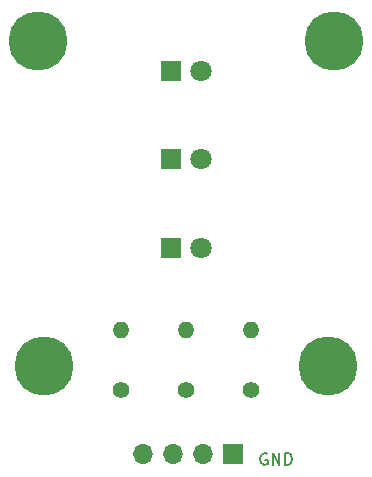
<source format=gbr>
%TF.GenerationSoftware,KiCad,Pcbnew,8.0.5*%
%TF.CreationDate,2024-12-18T16:59:37+03:00*%
%TF.ProjectId,Traffic_Light_For_Arduino,54726166-6669-4635-9f4c-696768745f46,V01*%
%TF.SameCoordinates,Original*%
%TF.FileFunction,Soldermask,Top*%
%TF.FilePolarity,Negative*%
%FSLAX46Y46*%
G04 Gerber Fmt 4.6, Leading zero omitted, Abs format (unit mm)*
G04 Created by KiCad (PCBNEW 8.0.5) date 2024-12-18 16:59:37*
%MOMM*%
%LPD*%
G01*
G04 APERTURE LIST*
%ADD10C,0.150000*%
%ADD11C,1.400000*%
%ADD12O,1.400000X1.400000*%
%ADD13R,1.700000X1.700000*%
%ADD14O,1.700000X1.700000*%
%ADD15C,5.000000*%
%ADD16R,1.800000X1.800000*%
%ADD17C,1.800000*%
G04 APERTURE END LIST*
D10*
X169360588Y-99917438D02*
X169265350Y-99869819D01*
X169265350Y-99869819D02*
X169122493Y-99869819D01*
X169122493Y-99869819D02*
X168979636Y-99917438D01*
X168979636Y-99917438D02*
X168884398Y-100012676D01*
X168884398Y-100012676D02*
X168836779Y-100107914D01*
X168836779Y-100107914D02*
X168789160Y-100298390D01*
X168789160Y-100298390D02*
X168789160Y-100441247D01*
X168789160Y-100441247D02*
X168836779Y-100631723D01*
X168836779Y-100631723D02*
X168884398Y-100726961D01*
X168884398Y-100726961D02*
X168979636Y-100822200D01*
X168979636Y-100822200D02*
X169122493Y-100869819D01*
X169122493Y-100869819D02*
X169217731Y-100869819D01*
X169217731Y-100869819D02*
X169360588Y-100822200D01*
X169360588Y-100822200D02*
X169408207Y-100774580D01*
X169408207Y-100774580D02*
X169408207Y-100441247D01*
X169408207Y-100441247D02*
X169217731Y-100441247D01*
X169836779Y-100869819D02*
X169836779Y-99869819D01*
X169836779Y-99869819D02*
X170408207Y-100869819D01*
X170408207Y-100869819D02*
X170408207Y-99869819D01*
X170884398Y-100869819D02*
X170884398Y-99869819D01*
X170884398Y-99869819D02*
X171122493Y-99869819D01*
X171122493Y-99869819D02*
X171265350Y-99917438D01*
X171265350Y-99917438D02*
X171360588Y-100012676D01*
X171360588Y-100012676D02*
X171408207Y-100107914D01*
X171408207Y-100107914D02*
X171455826Y-100298390D01*
X171455826Y-100298390D02*
X171455826Y-100441247D01*
X171455826Y-100441247D02*
X171408207Y-100631723D01*
X171408207Y-100631723D02*
X171360588Y-100726961D01*
X171360588Y-100726961D02*
X171265350Y-100822200D01*
X171265350Y-100822200D02*
X171122493Y-100869819D01*
X171122493Y-100869819D02*
X170884398Y-100869819D01*
D11*
%TO.C,R3*%
X168000000Y-94540000D03*
D12*
X168000000Y-89460000D03*
%TD*%
D11*
%TO.C,R2*%
X162500000Y-94540000D03*
D12*
X162500000Y-89460000D03*
%TD*%
D11*
%TO.C,R1*%
X157000000Y-94540000D03*
D12*
X157000000Y-89460000D03*
%TD*%
D13*
%TO.C,J1*%
X166500000Y-100000000D03*
D14*
X163960000Y-100000000D03*
X161420000Y-100000000D03*
X158880000Y-100000000D03*
%TD*%
D15*
%TO.C,H4*%
X174500000Y-92500000D03*
%TD*%
%TO.C,H3*%
X150500000Y-92500000D03*
%TD*%
%TO.C,H2*%
X175000000Y-65000000D03*
%TD*%
%TO.C,H1*%
X150000000Y-65000000D03*
%TD*%
D16*
%TO.C,RED*%
X161225000Y-82500000D03*
D17*
X163765000Y-82500000D03*
%TD*%
D16*
%TO.C,ORANGE*%
X161225000Y-75000000D03*
D17*
X163765000Y-75000000D03*
%TD*%
D16*
%TO.C,GREEN*%
X161225000Y-67500000D03*
D17*
X163765000Y-67500000D03*
%TD*%
M02*

</source>
